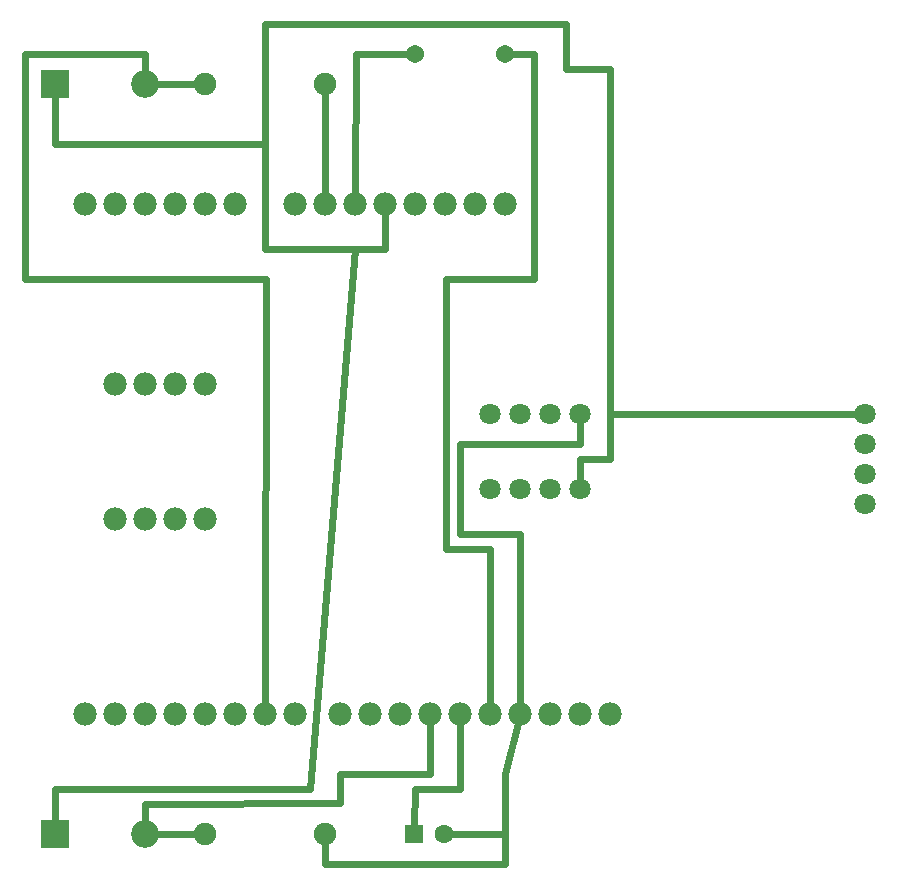
<source format=gtl>
G04 MADE WITH FRITZING*
G04 WWW.FRITZING.ORG*
G04 DOUBLE SIDED*
G04 HOLES PLATED*
G04 CONTOUR ON CENTER OF CONTOUR VECTOR*
%ASAXBY*%
%FSLAX23Y23*%
%MOIN*%
%OFA0B0*%
%SFA1.0B1.0*%
%ADD10C,0.078000*%
%ADD11C,0.060444*%
%ADD12C,0.062992*%
%ADD13C,0.092000*%
%ADD14C,0.075000*%
%ADD15C,0.071000*%
%ADD16C,0.070972*%
%ADD17R,0.062992X0.062992*%
%ADD18R,0.092000X0.092000*%
%ADD19C,0.024000*%
%LNCOPPER1*%
G90*
G70*
G54D10*
X2052Y660D03*
X1952Y660D03*
X1852Y660D03*
X1752Y660D03*
X1652Y660D03*
X1552Y660D03*
X1452Y660D03*
X1352Y660D03*
X1252Y660D03*
X1152Y660D03*
X1002Y660D03*
X902Y660D03*
X802Y660D03*
X702Y660D03*
X602Y660D03*
X502Y660D03*
X402Y660D03*
X302Y660D03*
X1702Y2360D03*
X1602Y2360D03*
X1502Y2360D03*
X1402Y2360D03*
X1302Y2360D03*
X1202Y2360D03*
X1102Y2360D03*
X1002Y2360D03*
X802Y2360D03*
X702Y2360D03*
X602Y2360D03*
X502Y2360D03*
X402Y2360D03*
X302Y2360D03*
G54D11*
X1402Y2860D03*
X1702Y2860D03*
G54D12*
X1399Y260D03*
X1498Y260D03*
G54D13*
X202Y260D03*
X502Y260D03*
X202Y2760D03*
X502Y2760D03*
G54D14*
X702Y260D03*
X1102Y260D03*
X702Y2760D03*
X1102Y2760D03*
G54D15*
X1952Y1410D03*
X1852Y1410D03*
G54D16*
X1752Y1410D03*
X1652Y1410D03*
G54D15*
X1952Y1410D03*
X1852Y1410D03*
G54D16*
X1752Y1410D03*
X1652Y1410D03*
G54D15*
X2902Y1660D03*
X2902Y1560D03*
G54D16*
X2902Y1460D03*
X2902Y1360D03*
G54D15*
X2902Y1660D03*
X2902Y1560D03*
G54D16*
X2902Y1460D03*
X2902Y1360D03*
G54D15*
X1652Y1660D03*
X1752Y1660D03*
G54D16*
X1852Y1660D03*
X1952Y1660D03*
G54D15*
X1652Y1660D03*
X1752Y1660D03*
G54D16*
X1852Y1660D03*
X1952Y1660D03*
G54D10*
X702Y1310D03*
X602Y1310D03*
X502Y1310D03*
X402Y1310D03*
X702Y1310D03*
X602Y1310D03*
X502Y1310D03*
X402Y1310D03*
X402Y1760D03*
X502Y1760D03*
X602Y1760D03*
X702Y1760D03*
X402Y1760D03*
X502Y1760D03*
X602Y1760D03*
X702Y1760D03*
G54D17*
X1399Y260D03*
G54D18*
X202Y260D03*
X202Y2760D03*
G54D19*
X1204Y2859D02*
X1377Y2860D01*
D02*
X1202Y2390D02*
X1204Y2859D01*
D02*
X904Y2111D02*
X102Y2111D01*
D02*
X102Y2111D02*
X102Y2859D01*
D02*
X102Y2859D02*
X501Y2859D01*
D02*
X501Y2859D02*
X502Y2797D01*
D02*
X902Y690D02*
X904Y2111D01*
D02*
X1202Y2211D02*
X1052Y409D01*
D02*
X1052Y409D02*
X201Y409D01*
D02*
X201Y409D02*
X202Y297D01*
D02*
X1301Y2210D02*
X1202Y2211D01*
D02*
X201Y2560D02*
X202Y2723D01*
D02*
X903Y2560D02*
X201Y2560D01*
D02*
X903Y2211D02*
X903Y2560D01*
D02*
X1301Y2210D02*
X903Y2211D01*
D02*
X1302Y2330D02*
X1301Y2210D01*
D02*
X501Y360D02*
X502Y297D01*
D02*
X1153Y362D02*
X501Y360D01*
D02*
X1153Y459D02*
X1153Y362D01*
D02*
X1451Y459D02*
X1153Y459D01*
D02*
X1452Y630D02*
X1451Y459D01*
D02*
X1701Y159D02*
X1101Y159D01*
D02*
X1101Y159D02*
X1102Y232D01*
D02*
X1701Y261D02*
X1701Y159D01*
D02*
X1701Y459D02*
X1745Y631D01*
D02*
X1701Y261D02*
X1701Y459D01*
D02*
X1524Y260D02*
X1701Y261D01*
D02*
X1652Y1211D02*
X1504Y1211D01*
D02*
X1504Y1211D02*
X1504Y2111D01*
D02*
X1504Y2111D02*
X1800Y2111D01*
D02*
X1800Y2111D02*
X1800Y2859D01*
D02*
X1800Y2859D02*
X1727Y2860D01*
D02*
X1652Y690D02*
X1652Y1211D01*
D02*
X1952Y1560D02*
X1952Y1630D01*
D02*
X1553Y1560D02*
X1952Y1560D01*
D02*
X1553Y1260D02*
X1553Y1560D01*
D02*
X1751Y1260D02*
X1553Y1260D01*
D02*
X1752Y690D02*
X1751Y1260D01*
D02*
X1401Y409D02*
X1400Y287D01*
D02*
X1553Y409D02*
X1401Y409D01*
D02*
X1552Y630D02*
X1553Y409D01*
D02*
X1102Y2390D02*
X1102Y2732D01*
D02*
X2053Y1509D02*
X1953Y1509D01*
D02*
X1953Y1509D02*
X1952Y1441D01*
D02*
X2052Y1661D02*
X2053Y1509D01*
D02*
X2052Y1661D02*
X2871Y1660D01*
D02*
X2053Y2809D02*
X2052Y1661D01*
D02*
X1904Y2809D02*
X2053Y2809D01*
D02*
X1904Y2959D02*
X1904Y2809D01*
D02*
X903Y2959D02*
X1904Y2959D01*
D02*
X903Y2560D02*
X903Y2959D01*
D02*
X673Y2760D02*
X539Y2760D01*
D02*
X673Y260D02*
X539Y260D01*
G04 End of Copper1*
M02*
</source>
